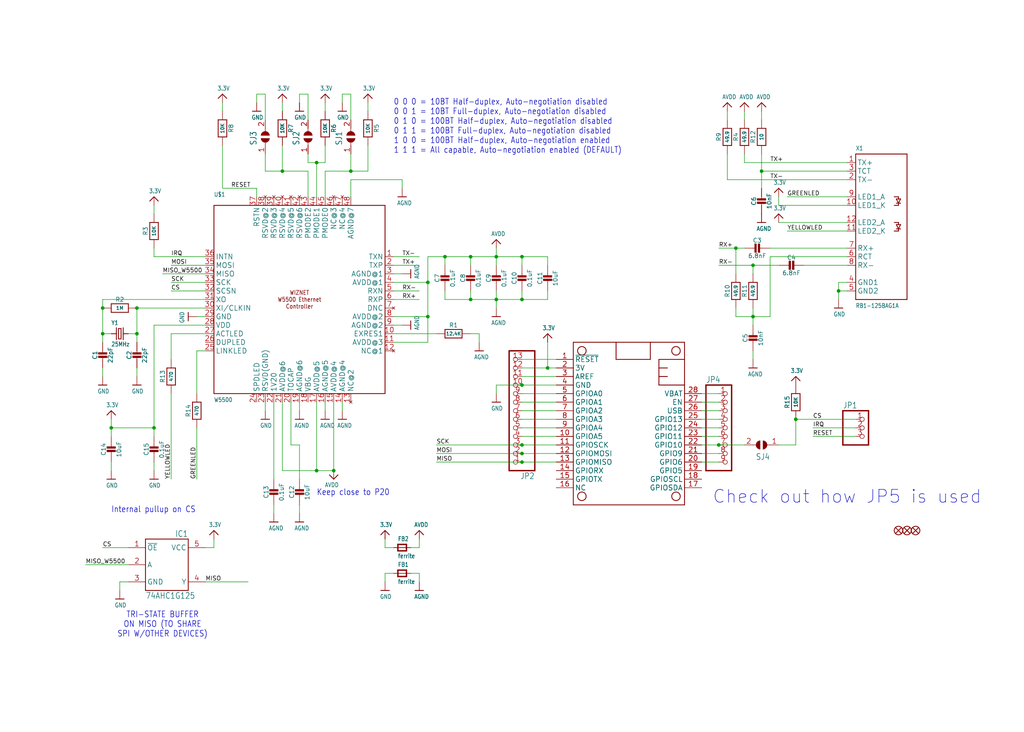
<source format=kicad_sch>
(kicad_sch (version 20250114) (generator "eeschema") (generator_version "9.0")
  (paper "User" 303.962 217.322)
  (text "Internal pullup on CS" (at 33.02 152.4 0) (effects (font (size 1.778 1.5113)) (justify left bottom)))
  (text "Keep close to P20" (at 93.98 147.32 0) (effects (font (size 1.778 1.5113)) (justify left bottom)))
  (text "Check out how JP5 is used" (at 251.46 147.574 0) (effects (font (size 3.81 3.81))))
  (text "TRI-STATE BUFFER\nON MISO (TO SHARE\nSPI W/OTHER DEVICES)" (at 48.26 185.42 0) (effects (font (size 1.778 1.5113))))
  (text "0 0 0 = 10BT Half-duplex, Auto-negotiation disabled\n0 0 1 = 10BT Full-duplex, Auto-negotiation disabled\n0 1 0 = 100BT Half-duplex, Auto-negotiation disabled\n0 1 1 = 100BT Full-duplex, Auto-negotiation disabled\n1 0 0 = 100BT Half-duplex, Auto-negotiation enabled\n1 1 1 = All capable, Auto-negotiation enabled (DEFAULT)" (at 116.84 45.72 0) (effects (font (size 1.778 1.5113)) (justify left bottom)))
  (junction (at 154.94 137.16))
  (junction (at 40.64 91.44))
  (junction (at 236.22 124.46))
  (junction (at 154.94 134.62))
  (junction (at 93.98 139.7))
  (junction (at 40.64 99.06))
  (junction (at 154.94 88.9))
  (junction (at 99.06 139.7))
  (junction (at 162.56 109.22))
  (junction (at 45.72 127))
  (junction (at 93.98 48.26))
  (junction (at 154.94 76.2))
  (junction (at 127 83.82))
  (junction (at 223.52 93.98))
  (junction (at 30.48 91.44))
  (junction (at 218.44 73.66))
  (junction (at 127 93.98))
  (junction (at 223.52 78.74))
  (junction (at 33.02 127))
  (junction (at 248.92 86.36))
  (junction (at 226.06 50.8))
  (junction (at 104.14 50.8))
  (junction (at 139.7 76.2))
  (junction (at 83.82 50.8))
  (junction (at 154.94 132.08))
  (junction (at 213.36 132.08))
  (junction (at 147.32 76.2))
  (junction (at 30.48 99.06))
  (junction (at 154.94 114.3))
  (junction (at 132.08 76.2))
  (junction (at 147.32 88.9))
  (junction (at 139.7 88.9))
  (wire (pts (xy 127 76.2) (xy 132.08 76.2)) (stroke (width 0.1524)))
  (wire (pts (xy 154.94 114.3) (xy 147.32 114.3)) (stroke (width 0.1524)))
  (wire (pts (xy 218.44 73.66) (xy 220.98 73.66)) (stroke (width 0.1524)))
  (wire (pts (xy 91.44 50.8) (xy 83.82 50.8)) (stroke (width 0.1524)))
  (wire (pts (xy 248.92 83.82) (xy 248.92 86.36)) (stroke (width 0.1524)))
  (wire (pts (xy 60.96 86.36) (xy 50.8 86.36)) (stroke (width 0.1524)))
  (wire (pts (xy 116.84 83.82) (xy 127 83.82)) (stroke (width 0.1524)))
  (wire (pts (xy 45.72 76.2) (xy 45.72 73.66)) (stroke (width 0.1524)))
  (wire (pts (xy 60.96 81.28) (xy 48.26 81.28)) (stroke (width 0.1524)))
  (wire (pts (xy 116.84 162.56) (xy 114.3 162.56)) (stroke (width 0.1524)))
  (wire (pts (xy 96.52 48.26) (xy 96.52 43.18)) (stroke (width 0.1524)))
  (wire (pts (xy 228.6 76.2) (xy 228.6 93.98)) (stroke (width 0.1524)))
  (wire (pts (xy 248.92 86.36) (xy 248.92 88.9)) (stroke (width 0.1524)))
  (wire (pts (xy 147.32 78.74) (xy 147.32 76.2)) (stroke (width 0.1524)))
  (wire (pts (xy 165.1 119.38) (xy 154.94 119.38)) (stroke (width 0.1524)))
  (wire (pts (xy 91.44 27.94) (xy 88.9 27.94)) (stroke (width 0.1524)))
  (wire (pts (xy 66.04 33.02) (xy 66.04 30.48)) (stroke (width 0.1524)))
  (wire (pts (xy 45.72 76.2) (xy 60.96 76.2)) (stroke (width 0.1524)))
  (wire (pts (xy 228.6 73.66) (xy 251.46 73.66)) (stroke (width 0.1524)))
  (wire (pts (xy 251.46 68.58) (xy 233.68 68.58)) (stroke (width 0.1524)))
  (wire (pts (xy 132.08 78.74) (xy 132.08 76.2)) (stroke (width 0.1524)))
  (wire (pts (xy 213.36 134.62) (xy 208.28 134.62)) (stroke (width 0.1524)))
  (wire (pts (xy 33.02 124.46) (xy 33.02 127)) (stroke (width 0.1524)))
  (wire (pts (xy 45.72 129.54) (xy 45.72 127)) (stroke (width 0.1524)))
  (wire (pts (xy 93.98 48.26) (xy 96.52 48.26)) (stroke (width 0.1524)))
  (wire (pts (xy 218.44 93.98) (xy 223.52 93.98)) (stroke (width 0.1524)))
  (wire (pts (xy 78.74 35.56) (xy 78.74 27.94)) (stroke (width 0.1524)))
  (wire (pts (xy 251.46 50.8) (xy 226.06 50.8)) (stroke (width 0.1524)))
  (wire (pts (xy 60.96 172.72) (xy 73.66 172.72)) (stroke (width 0.1524)))
  (wire (pts (xy 220.98 35.56) (xy 220.98 33.02)) (stroke (width 0.1524)))
  (wire (pts (xy 220.98 48.26) (xy 251.46 48.26)) (stroke (width 0.1524)))
  (wire (pts (xy 162.56 109.22) (xy 154.94 109.22)) (stroke (width 0.1524)))
  (wire (pts (xy 63.5 162.56) (xy 63.5 160.02)) (stroke (width 0.1524)))
  (wire (pts (xy 33.02 127) (xy 33.02 129.54)) (stroke (width 0.1524)))
  (wire (pts (xy 38.1 172.72) (xy 35.56 172.72)) (stroke (width 0.1524)))
  (wire (pts (xy 116.84 86.36) (xy 124.46 86.36)) (stroke (width 0.1524)))
  (wire (pts (xy 162.56 101.6) (xy 162.56 109.22)) (stroke (width 0.1524)))
  (wire (pts (xy 86.36 132.08) (xy 88.9 132.08)) (stroke (width 0.1524)))
  (wire (pts (xy 60.96 78.74) (xy 50.8 78.74)) (stroke (width 0.1524)))
  (wire (pts (xy 223.52 81.28) (xy 223.52 78.74)) (stroke (width 0.1524)))
  (wire (pts (xy 154.94 76.2) (xy 162.56 76.2)) (stroke (width 0.1524)))
  (wire (pts (xy 154.94 134.62) (xy 129.54 134.62)) (stroke (width 0.1524)))
  (wire (pts (xy 116.84 76.2) (xy 124.46 76.2)) (stroke (width 0.1524)))
  (wire (pts (xy 99.06 119.38) (xy 99.06 139.7)) (stroke (width 0.1524)))
  (wire (pts (xy 254 129.54) (xy 241.3 129.54)) (stroke (width 0.1524)))
  (wire (pts (xy 104.14 27.94) (xy 101.6 27.94)) (stroke (width 0.1524)))
  (wire (pts (xy 231.14 66.04) (xy 251.46 66.04)) (stroke (width 0.1524)))
  (wire (pts (xy 83.82 119.38) (xy 83.82 139.7)) (stroke (width 0.1524)))
  (wire (pts (xy 147.32 86.36) (xy 147.32 88.9)) (stroke (width 0.1524)))
  (wire (pts (xy 218.44 91.44) (xy 218.44 93.98)) (stroke (width 0.1524)))
  (wire (pts (xy 220.98 132.08) (xy 213.36 132.08)) (stroke (width 0.1524)))
  (wire (pts (xy 132.08 86.36) (xy 132.08 88.9)) (stroke (width 0.1524)))
  (wire (pts (xy 30.48 109.22) (xy 30.48 111.76)) (stroke (width 0.1524)))
  (wire (pts (xy 104.14 58.42) (xy 104.14 53.34)) (stroke (width 0.1524)))
  (wire (pts (xy 251.46 60.96) (xy 231.14 60.96)) (stroke (width 0.1524)))
  (wire (pts (xy 124.46 170.18) (xy 124.46 172.72)) (stroke (width 0.1524)))
  (wire (pts (xy 114.3 172.72) (xy 114.3 170.18)) (stroke (width 0.1524)))
  (wire (pts (xy 91.44 58.42) (xy 91.44 50.8)) (stroke (width 0.1524)))
  (wire (pts (xy 147.32 114.3) (xy 147.32 116.84)) (stroke (width 0.1524)))
  (wire (pts (xy 223.52 78.74) (xy 231.14 78.74)) (stroke (width 0.1524)))
  (wire (pts (xy 45.72 127) (xy 33.02 127)) (stroke (width 0.1524)))
  (wire (pts (xy 236.22 132.08) (xy 236.22 124.46)) (stroke (width 0.1524)))
  (wire (pts (xy 213.36 119.38) (xy 208.28 119.38)) (stroke (width 0.1524)))
  (wire (pts (xy 121.92 170.18) (xy 124.46 170.18)) (stroke (width 0.1524)))
  (wire (pts (xy 213.36 124.46) (xy 208.28 124.46)) (stroke (width 0.1524)))
  (wire (pts (xy 96.52 121.92) (xy 96.52 119.38)) (stroke (width 0.1524)))
  (wire (pts (xy 60.96 99.06) (xy 50.8 99.06)) (stroke (width 0.1524)))
  (wire (pts (xy 45.72 137.16) (xy 45.72 139.7)) (stroke (width 0.1524)))
  (wire (pts (xy 60.96 91.44) (xy 40.64 91.44)) (stroke (width 0.1524)))
  (wire (pts (xy 213.36 78.74) (xy 223.52 78.74)) (stroke (width 0.1524)))
  (wire (pts (xy 154.94 78.74) (xy 154.94 76.2)) (stroke (width 0.1524)))
  (wire (pts (xy 139.7 78.74) (xy 139.7 76.2)) (stroke (width 0.1524)))
  (wire (pts (xy 96.52 30.48) (xy 96.52 33.02)) (stroke (width 0.1524)))
  (wire (pts (xy 50.8 116.84) (xy 50.8 142.24)) (stroke (width 0.1524)))
  (wire (pts (xy 226.06 35.56) (xy 226.06 33.02)) (stroke (width 0.1524)))
  (wire (pts (xy 213.36 127) (xy 208.28 127)) (stroke (width 0.1524)))
  (wire (pts (xy 213.36 129.54) (xy 208.28 129.54)) (stroke (width 0.1524)))
  (wire (pts (xy 147.32 76.2) (xy 147.32 73.66)) (stroke (width 0.1524)))
  (wire (pts (xy 40.64 109.22) (xy 40.64 111.76)) (stroke (width 0.1524)))
  (wire (pts (xy 139.7 86.36) (xy 139.7 88.9)) (stroke (width 0.1524)))
  (wire (pts (xy 38.1 99.06) (xy 40.64 99.06)) (stroke (width 0.1524)))
  (wire (pts (xy 88.9 149.86) (xy 88.9 152.4)) (stroke (width 0.1524)))
  (wire (pts (xy 101.6 121.92) (xy 101.6 119.38)) (stroke (width 0.1524)))
  (wire (pts (xy 223.52 93.98) (xy 223.52 96.52)) (stroke (width 0.1524)))
  (wire (pts (xy 88.9 27.94) (xy 88.9 30.48)) (stroke (width 0.1524)))
  (wire (pts (xy 165.1 137.16) (xy 154.94 137.16)) (stroke (width 0.1524)))
  (wire (pts (xy 147.32 88.9) (xy 147.32 91.44)) (stroke (width 0.1524)))
  (wire (pts (xy 121.92 162.56) (xy 124.46 162.56)) (stroke (width 0.1524)))
  (wire (pts (xy 165.1 132.08) (xy 154.94 132.08)) (stroke (width 0.1524)))
  (wire (pts (xy 33.02 137.16) (xy 33.02 139.7)) (stroke (width 0.1524)))
  (wire (pts (xy 226.06 50.8) (xy 226.06 45.72)) (stroke (width 0.1524)))
  (wire (pts (xy 218.44 81.28) (xy 218.44 73.66)) (stroke (width 0.1524)))
  (wire (pts (xy 25.4 167.64) (xy 38.1 167.64)) (stroke (width 0.1524)))
  (wire (pts (xy 129.54 137.16) (xy 154.94 137.16)) (stroke (width 0.1524)))
  (wire (pts (xy 213.36 73.66) (xy 218.44 73.66)) (stroke (width 0.1524)))
  (wire (pts (xy 33.02 99.06) (xy 30.48 99.06)) (stroke (width 0.1524)))
  (wire (pts (xy 114.3 170.18) (xy 116.84 170.18)) (stroke (width 0.1524)))
  (wire (pts (xy 127 101.6) (xy 127 93.98)) (stroke (width 0.1524)))
  (wire (pts (xy 220.98 48.26) (xy 220.98 45.72)) (stroke (width 0.1524)))
  (wire (pts (xy 165.1 129.54) (xy 154.94 129.54)) (stroke (width 0.1524)))
  (wire (pts (xy 238.76 78.74) (xy 251.46 78.74)) (stroke (width 0.1524)))
  (wire (pts (xy 223.52 91.44) (xy 223.52 93.98)) (stroke (width 0.1524)))
  (wire (pts (xy 60.96 96.52) (xy 45.72 96.52)) (stroke (width 0.1524)))
  (wire (pts (xy 83.82 139.7) (xy 93.98 139.7)) (stroke (width 0.1524)))
  (wire (pts (xy 215.9 35.56) (xy 215.9 33.02)) (stroke (width 0.1524)))
  (wire (pts (xy 165.1 111.76) (xy 154.94 111.76)) (stroke (width 0.1524)))
  (wire (pts (xy 223.52 104.14) (xy 223.52 106.68)) (stroke (width 0.1524)))
  (wire (pts (xy 124.46 162.56) (xy 124.46 160.02)) (stroke (width 0.1524)))
  (wire (pts (xy 213.36 121.92) (xy 208.28 121.92)) (stroke (width 0.1524)))
  (wire (pts (xy 58.42 93.98) (xy 60.96 93.98)) (stroke (width 0.1524)))
  (wire (pts (xy 109.22 30.48) (xy 109.22 33.02)) (stroke (width 0.1524)))
  (wire (pts (xy 93.98 119.38) (xy 93.98 139.7)) (stroke (width 0.1524)))
  (wire (pts (xy 165.1 134.62) (xy 154.94 134.62)) (stroke (width 0.1524)))
  (wire (pts (xy 40.64 99.06) (xy 40.64 101.6)) (stroke (width 0.1524)))
  (wire (pts (xy 104.14 45.72) (xy 104.14 50.8)) (stroke (width 0.1524)))
  (wire (pts (xy 254 124.46) (xy 236.22 124.46)) (stroke (width 0.1524)))
  (wire (pts (xy 78.74 50.8) (xy 78.74 45.72)) (stroke (width 0.1524)))
  (wire (pts (xy 83.82 30.48) (xy 83.82 33.02)) (stroke (width 0.1524)))
  (wire (pts (xy 132.08 76.2) (xy 139.7 76.2)) (stroke (width 0.1524)))
  (wire (pts (xy 45.72 96.52) (xy 45.72 127)) (stroke (width 0.1524)))
  (wire (pts (xy 30.48 162.56) (xy 38.1 162.56)) (stroke (width 0.1524)))
  (wire (pts (xy 58.42 104.14) (xy 58.42 116.84)) (stroke (width 0.1524)))
  (wire (pts (xy 119.38 53.34) (xy 119.38 55.88)) (stroke (width 0.1524)))
  (wire (pts (xy 165.1 116.84) (xy 154.94 116.84)) (stroke (width 0.1524)))
  (wire (pts (xy 119.38 81.28) (xy 116.84 81.28)) (stroke (width 0.1524)))
  (wire (pts (xy 88.9 132.08) (xy 88.9 142.24)) (stroke (width 0.1524)))
  (wire (pts (xy 30.48 88.9) (xy 30.48 91.44)) (stroke (width 0.1524)))
  (wire (pts (xy 60.96 162.56) (xy 63.5 162.56)) (stroke (width 0.1524)))
  (wire (pts (xy 213.36 132.08) (xy 208.28 132.08)) (stroke (width 0.1524)))
  (wire (pts (xy 165.1 127) (xy 154.94 127)) (stroke (width 0.1524)))
  (wire (pts (xy 93.98 139.7) (xy 99.06 139.7)) (stroke (width 0.1524)))
  (wire (pts (xy 66.04 55.88) (xy 66.04 43.18)) (stroke (width 0.1524)))
  (wire (pts (xy 83.82 50.8) (xy 83.82 43.18)) (stroke (width 0.1524)))
  (wire (pts (xy 104.14 53.34) (xy 119.38 53.34)) (stroke (width 0.1524)))
  (wire (pts (xy 35.56 172.72) (xy 35.56 175.26)) (stroke (width 0.1524)))
  (wire (pts (xy 81.28 119.38) (xy 81.28 142.24)) (stroke (width 0.1524)))
  (wire (pts (xy 139.7 99.06) (xy 142.24 99.06)) (stroke (width 0.1524)))
  (wire (pts (xy 86.36 119.38) (xy 86.36 132.08)) (stroke (width 0.1524)))
  (wire (pts (xy 215.9 53.34) (xy 215.9 45.72)) (stroke (width 0.1524)))
  (wire (pts (xy 231.14 132.08) (xy 236.22 132.08)) (stroke (width 0.1524)))
  (wire (pts (xy 162.56 76.2) (xy 162.56 78.74)) (stroke (width 0.1524)))
  (wire (pts (xy 116.84 101.6) (xy 127 101.6)) (stroke (width 0.1524)))
  (wire (pts (xy 251.46 83.82) (xy 248.92 83.82)) (stroke (width 0.1524)))
  (wire (pts (xy 50.8 99.06) (xy 50.8 106.68)) (stroke (width 0.1524)))
  (wire (pts (xy 132.08 88.9) (xy 139.7 88.9)) (stroke (width 0.1524)))
  (wire (pts (xy 91.44 48.26) (xy 91.44 45.72)) (stroke (width 0.1524)))
  (wire (pts (xy 139.7 88.9) (xy 147.32 88.9)) (stroke (width 0.1524)))
  (wire (pts (xy 154.94 88.9) (xy 162.56 88.9)) (stroke (width 0.1524)))
  (wire (pts (xy 93.98 58.42) (xy 93.98 48.26)) (stroke (width 0.1524)))
  (wire (pts (xy 101.6 27.94) (xy 101.6 30.48)) (stroke (width 0.1524)))
  (wire (pts (xy 142.24 99.06) (xy 142.24 101.6)) (stroke (width 0.1524)))
  (wire (pts (xy 154.94 86.36) (xy 154.94 88.9)) (stroke (width 0.1524)))
  (wire (pts (xy 60.96 83.82) (xy 50.8 83.82)) (stroke (width 0.1524)))
  (wire (pts (xy 76.2 58.42) (xy 76.2 55.88)) (stroke (width 0.1524)))
  (wire (pts (xy 226.06 55.88) (xy 226.06 50.8)) (stroke (width 0.1524)))
  (wire (pts (xy 91.44 35.56) (xy 91.44 27.94)) (stroke (width 0.1524)))
  (wire (pts (xy 147.32 76.2) (xy 154.94 76.2)) (stroke (width 0.1524)))
  (wire (pts (xy 165.1 114.3) (xy 154.94 114.3)) (stroke (width 0.1524)))
  (wire (pts (xy 83.82 50.8) (xy 78.74 50.8)) (stroke (width 0.1524)))
  (wire (pts (xy 116.84 99.06) (xy 129.54 99.06)) (stroke (width 0.1524)))
  (wire (pts (xy 165.1 106.68) (xy 154.94 106.68)) (stroke (width 0.1524)))
  (wire (pts (xy 147.32 88.9) (xy 154.94 88.9)) (stroke (width 0.1524)))
  (wire (pts (xy 60.96 88.9) (xy 30.48 88.9)) (stroke (width 0.1524)))
  (wire (pts (xy 251.46 76.2) (xy 228.6 76.2)) (stroke (width 0.1524)))
  (wire (pts (xy 93.98 48.26) (xy 91.44 48.26)) (stroke (width 0.1524)))
  (wire (pts (xy 139.7 76.2) (xy 147.32 76.2)) (stroke (width 0.1524)))
  (wire (pts (xy 40.64 99.06) (xy 40.64 91.44)) (stroke (width 0.1524)))
  (wire (pts (xy 154.94 132.08) (xy 129.54 132.08)) (stroke (width 0.1524)))
  (wire (pts (xy 96.52 58.42) (xy 96.52 50.8)) (stroke (width 0.1524)))
  (wire (pts (xy 127 93.98) (xy 127 83.82)) (stroke (width 0.1524)))
  (wire (pts (xy 251.46 86.36) (xy 248.92 86.36)) (stroke (width 0.1524)))
  (wire (pts (xy 165.1 109.22) (xy 162.56 109.22)) (stroke (width 0.1524)))
  (wire (pts (xy 78.74 27.94) (xy 76.2 27.94)) (stroke (width 0.1524)))
  (wire (pts (xy 228.6 93.98) (xy 223.52 93.98)) (stroke (width 0.1524)))
  (wire (pts (xy 127 83.82) (xy 127 76.2)) (stroke (width 0.1524)))
  (wire (pts (xy 165.1 124.46) (xy 154.94 124.46)) (stroke (width 0.1524)))
  (wire (pts (xy 215.9 53.34) (xy 251.46 53.34)) (stroke (width 0.1524)))
  (wire (pts (xy 162.56 88.9) (xy 162.56 86.36)) (stroke (width 0.1524)))
  (wire (pts (xy 165.1 121.92) (xy 154.94 121.92)) (stroke (width 0.1524)))
  (wire (pts (xy 81.28 149.86) (xy 81.28 152.4)) (stroke (width 0.1524)))
  (wire (pts (xy 78.74 121.92) (xy 78.74 119.38)) (stroke (width 0.1524)))
  (wire (pts (xy 76.2 27.94) (xy 76.2 30.48)) (stroke (width 0.1524)))
  (wire (pts (xy 116.84 78.74) (xy 124.46 78.74)) (stroke (width 0.1524)))
  (wire (pts (xy 114.3 162.56) (xy 114.3 160.02)) (stroke (width 0.1524)))
  (wire (pts (xy 30.48 99.06) (xy 30.48 91.44)) (stroke (width 0.1524)))
  (wire (pts (xy 254 127) (xy 241.3 127)) (stroke (width 0.1524)))
  (wire (pts (xy 104.14 50.8) (xy 109.22 50.8)) (stroke (width 0.1524)))
  (wire (pts (xy 30.48 99.06) (xy 30.48 101.6)) (stroke (width 0.1524)))
  (wire (pts (xy 116.84 93.98) (xy 127 93.98)) (stroke (width 0.1524)))
  (wire (pts (xy 213.36 116.84) (xy 208.28 116.84)) (stroke (width 0.1524)))
  (wire (pts (xy 104.14 35.56) (xy 104.14 27.94)) (stroke (width 0.1524)))
  (wire (pts (xy 88.9 121.92) (xy 88.9 119.38)) (stroke (width 0.1524)))
  (wire (pts (xy 109.22 50.8) (xy 109.22 43.18)) (stroke (width 0.1524)))
  (wire (pts (xy 76.2 55.88) (xy 66.04 55.88)) (stroke (width 0.1524)))
  (wire (pts (xy 231.14 60.96) (xy 231.14 58.42)) (stroke (width 0.1524)))
  (wire (pts (xy 116.84 88.9) (xy 124.46 88.9)) (stroke (width 0.1524)))
  (wire (pts (xy 119.38 96.52) (xy 116.84 96.52)) (stroke (width 0.1524)))
  (wire (pts (xy 45.72 63.5) (xy 45.72 60.96)) (stroke (width 0.1524)))
  (wire (pts (xy 58.42 127) (xy 58.42 142.24)) (stroke (width 0.1524)))
  (wire (pts (xy 213.36 137.16) (xy 208.28 137.16)) (stroke (width 0.1524)))
  (wire (pts (xy 96.52 50.8) (xy 104.14 50.8)) (stroke (width 0.1524)))
  (wire (pts (xy 60.96 104.14) (xy 58.42 104.14)) (stroke (width 0.1524)))
  (wire (pts (xy 251.46 58.42) (xy 233.68 58.42)) (stroke (width 0.1524)))
  (label "SCK" (at 50.8 83.82 0) (effects (font (size 1.2446 1.2446))))
  (label "RX-" (at 213.36 78.74 0) (effects (font (size 1.2446 1.2446))))
  (label "TX-" (at 119.38 76.2 0) (effects (font (size 1.2446 1.2446))))
  (label "GREENLED" (at 58.42 142.24 90) (effects (font (size 1.2446 1.2446))))
  (label "RESET" (at 68.58 55.88 0) (effects (font (size 1.2446 1.2446))))
  (label "TX-" (at 228.6 53.34 0) (effects (font (size 1.2446 1.2446))))
  (label "IRQ" (at 241.3 127 0) (effects (font (size 1.2446 1.2446))))
  (label "MISO" (at 129.54 137.16 0) (effects (font (size 1.2446 1.2446))))
  (label "MISO" (at 60.96 172.72 0) (effects (font (size 1.2446 1.2446))))
  (label "CS" (at 50.8 86.36 0) (effects (font (size 1.2446 1.2446))))
  (label "MOSI" (at 129.54 134.62 0) (effects (font (size 1.2446 1.2446))))
  (label "RX+" (at 213.36 73.66 0) (effects (font (size 1.2446 1.2446))))
  (label "GREENLED" (at 233.68 58.42 0) (effects (font (size 1.2446 1.2446))))
  (label "YELLOWLED" (at 233.68 68.58 0) (effects (font (size 1.2446 1.2446))))
  (label "MOSI" (at 50.8 78.74 0) (effects (font (size 1.2446 1.2446))))
  (label "SCK" (at 129.54 132.08 0) (effects (font (size 1.2446 1.2446))))
  (label "CS" (at 30.48 162.56 0) (effects (font (size 1.2446 1.2446))))
  (label "RX+" (at 119.38 88.9 0) (effects (font (size 1.2446 1.2446))))
  (label "RX-" (at 119.38 86.36 0) (effects (font (size 1.2446 1.2446))))
  (label "YELLOWLED" (at 50.8 142.24 90) (effects (font (size 1.2446 1.2446))))
  (label "TX+" (at 228.6 48.26 0) (effects (font (size 1.2446 1.2446))))
  (label "CS" (at 241.3 124.46 0) (effects (font (size 1.2446 1.2446))))
  (label "TX+" (at 119.38 78.74 0) (effects (font (size 1.2446 1.2446))))
  (label "MISO_W5500" (at 48.26 81.28 0) (effects (font (size 1.2446 1.2446))))
  (label "RESET" (at 241.3 129.54 0) (effects (font (size 1.2446 1.2446))))
  (label "MISO_W5500" (at 25.4 167.64 0) (effects (font (size 1.2446 1.2446))))
  (label "IRQ" (at 50.8 76.2 0) (effects (font (size 1.2446 1.2446))))
  (symbol (lib_id "Adafruit Ethernet FeatherWing-eagle-import:FEATHERWING_NODIM") (at 170.18 101.6 270) (unit 1)
    (property "Reference" "MS1" (effects (hide yes)))
    (property "Value" "FEATHERWING_NODIM" (effects (hide yes)))
    (property "Footprint" "Adafruit Ethernet FeatherWing:FEATHERWING_NODIM" (effects (hide yes)))
  )
  (symbol (lib_id "Adafruit Ethernet FeatherWing-eagle-import:GND") (at 55.88 93.98 270) (unit 1)
    (property "Reference" "#U$31" (effects (hide yes)))
    (property "Value" "GND" (at 53.34 92.456 0) (effects (font (size 1.27 1.0795)) (justify left bottom)))
  )
  (symbol (lib_id "Adafruit Ethernet FeatherWing-eagle-import:FIDUCIAL{dblquote}{dblquote}") (at 271.78 157.48 0) (unit 1)
    (property "Reference" "FID1" (effects (hide yes)))
    (property "Value" "FIDUCIAL{dblquote}{dblquote}" (effects (hide yes)))
    (property "Footprint" "Adafruit Ethernet FeatherWing:FIDUCIAL_1MM" (effects (hide yes)))
  )
  (symbol (lib_id "Adafruit Ethernet FeatherWing-eagle-import:CAP_CERAMIC0603_NO") (at 81.28 147.32 0) (unit 1)
    (property "Reference" "C13" (at 78.99 146.07 90))
    (property "Value" "0.1uF" (at 83.58 146.07 90))
    (property "Footprint" "Adafruit Ethernet FeatherWing:0603-NO" (effects (hide yes)))
  )
  (symbol (lib_id "Adafruit Ethernet FeatherWing-eagle-import:3.3V") (at 231.14 55.88 0) (unit 1)
    (property "Reference" "#U$43" (effects (hide yes)))
    (property "Value" "3.3V" (at 229.616 54.864 0) (effects (font (size 1.27 1.0795)) (justify left bottom)))
  )
  (symbol (lib_id "Adafruit Ethernet FeatherWing-eagle-import:RESISTOR_0603_NOOUT") (at 35.56 91.44 0) (unit 1)
    (property "Reference" "R2" (at 35.56 88.9 0))
    (property "Value" "1M" (at 35.56 91.44 0) (effects (font (size 1.016 1.016) (thickness 0.2032) (bold yes))))
    (property "Footprint" "Adafruit Ethernet FeatherWing:0603-NO" (effects (hide yes)))
  )
  (symbol (lib_id "Adafruit Ethernet FeatherWing-eagle-import:FERRITE-0805NO") (at 119.38 162.56 0) (unit 1)
    (property "Reference" "FB2" (at 118.11 160.655 0) (effects (font (size 1.27 1.0795)) (justify left bottom)))
    (property "Value" "ferrite" (at 118.11 165.735 0) (effects (font (size 1.27 1.0795)) (justify left bottom)))
    (property "Footprint" "Adafruit Ethernet FeatherWing:0805-NO" (effects (hide yes)))
  )
  (symbol (lib_id "Adafruit Ethernet FeatherWing-eagle-import:GND") (at 147.32 119.38 0) (unit 1)
    (property "Reference" "#U$40" (effects (hide yes)))
    (property "Value" "GND" (at 145.796 121.92 0) (effects (font (size 1.27 1.0795)) (justify left bottom)))
  )
  (symbol (lib_id "Adafruit Ethernet FeatherWing-eagle-import:RESISTOR_0603_NOOUT") (at 83.82 38.1 270) (unit 1)
    (property "Reference" "R7" (at 86.36 38.1 0))
    (property "Value" "10K" (at 83.82 38.1 0) (effects (font (size 1.016 1.016) (thickness 0.2032) (bold yes))))
    (property "Footprint" "Adafruit Ethernet FeatherWing:0603-NO" (effects (hide yes)))
  )
  (symbol (lib_id "Adafruit Ethernet FeatherWing-eagle-import:GND") (at 33.02 142.24 0) (unit 1)
    (property "Reference" "#U$33" (effects (hide yes)))
    (property "Value" "GND" (at 31.496 144.78 0) (effects (font (size 1.27 1.0795)) (justify left bottom)))
  )
  (symbol (lib_id "Adafruit Ethernet FeatherWing-eagle-import:CAP_CERAMIC0603_NO") (at 40.64 106.68 0) (unit 1)
    (property "Reference" "C2" (at 38.35 105.43 90))
    (property "Value" "22pF" (at 42.94 105.43 90))
    (property "Footprint" "Adafruit Ethernet FeatherWing:0603-NO" (effects (hide yes)))
  )
  (symbol (lib_id "Adafruit Ethernet FeatherWing-eagle-import:SOLDERJUMPERREFLOW_NOPASTE") (at 78.74 40.64 90) (unit 1)
    (property "Reference" "SJ3" (at 76.2 43.18 0) (effects (font (size 1.778 1.5113)) (justify left bottom)))
    (property "Value" "SOLDERJUMPERREFLOW_NOPASTE" (effects (hide yes)))
    (property "Footprint" "Adafruit Ethernet FeatherWing:SOLDERJUMPER_REFLOW_NOPASTE" (effects (hide yes)))
  )
  (symbol (lib_id "Adafruit Ethernet FeatherWing-eagle-import:CAP_CERAMIC0603_NO") (at 45.72 134.62 0) (unit 1)
    (property "Reference" "C15" (at 43.43 133.37 90))
    (property "Value" "0.1uF" (at 48.02 133.37 90))
    (property "Footprint" "Adafruit Ethernet FeatherWing:0603-NO" (effects (hide yes)))
  )
  (symbol (lib_id "Adafruit Ethernet FeatherWing-eagle-import:CAP_CERAMIC0603_NO") (at 223.52 101.6 0) (unit 1)
    (property "Reference" "C5" (at 221.23 100.35 90))
    (property "Value" "10nF" (at 225.82 100.35 90))
    (property "Footprint" "Adafruit Ethernet FeatherWing:0603-NO" (effects (hide yes)))
  )
  (symbol (lib_id "Adafruit Ethernet FeatherWing-eagle-import:AVDD") (at 226.06 30.48 0) (unit 1)
    (property "Reference" "#U$23" (effects (hide yes)))
    (property "Value" "AVDD" (at 224.536 29.464 0) (effects (font (size 1.27 1.0795)) (justify left bottom)))
  )
  (symbol (lib_id "Adafruit Ethernet FeatherWing-eagle-import:74AHC1G125") (at 48.26 167.64 0) (unit 1)
    (property "Reference" "IC1" (at 55.88 157.48 0) (effects (font (size 1.778 1.5113)) (justify right top)))
    (property "Value" "74AHC1G125" (at 43.18 177.8 0) (effects (font (size 1.778 1.5113)) (justify left bottom)))
    (property "Footprint" "Adafruit Ethernet FeatherWing:SOT23-5L" (effects (hide yes)))
  )
  (symbol (lib_id "Adafruit Ethernet FeatherWing-eagle-import:CAP_CERAMIC0603_NO") (at 223.52 73.66 270) (unit 1)
    (property "Reference" "C3" (at 224.77 71.37 90))
    (property "Value" "6.8nF" (at 224.77 75.96 90))
    (property "Footprint" "Adafruit Ethernet FeatherWing:0603-NO" (effects (hide yes)))
  )
  (symbol (lib_id "Adafruit Ethernet FeatherWing-eagle-import:AGND") (at 226.06 66.04 0) (unit 1)
    (property "Reference" "#U$22" (effects (hide yes)))
    (property "Value" "AGND" (at 224.536 68.58 0) (effects (font (size 1.27 1.0795)) (justify left bottom)))
  )
  (symbol (lib_id "Adafruit Ethernet FeatherWing-eagle-import:3.3V") (at 63.5 157.48 0) (unit 1)
    (property "Reference" "#U$36" (effects (hide yes)))
    (property "Value" "3.3V" (at 61.976 156.464 0) (effects (font (size 1.27 1.0795)) (justify left bottom)))
  )
  (symbol (lib_id "Adafruit Ethernet FeatherWing-eagle-import:RESISTOR_0603_NOOUT") (at 236.22 119.38 90) (unit 1)
    (property "Reference" "R15" (at 233.68 119.38 0))
    (property "Value" "10K" (at 236.22 119.38 0) (effects (font (size 1.016 1.016) (thickness 0.2032) (bold yes))))
    (property "Footprint" "Adafruit Ethernet FeatherWing:0603-NO" (effects (hide yes)))
  )
  (symbol (lib_id "Adafruit Ethernet FeatherWing-eagle-import:FIDUCIAL{dblquote}{dblquote}") (at 266.7 157.48 0) (unit 1)
    (property "Reference" "FID3" (effects (hide yes)))
    (property "Value" "FIDUCIAL{dblquote}{dblquote}" (effects (hide yes)))
    (property "Footprint" "Adafruit Ethernet FeatherWing:FIDUCIAL_1MM" (effects (hide yes)))
  )
  (symbol (lib_id "Adafruit Ethernet FeatherWing-eagle-import:CAP_CERAMIC0603_NO") (at 226.06 60.96 0) (unit 1)
    (property "Reference" "C6" (at 223.77 59.71 90))
    (property "Value" "10nF" (at 228.36 59.71 90))
    (property "Footprint" "Adafruit Ethernet FeatherWing:0603-NO" (effects (hide yes)))
  )
  (symbol (lib_id "Adafruit Ethernet FeatherWing-eagle-import:AGND") (at 121.92 96.52 90) (unit 1)
    (property "Reference" "#U$25" (effects (hide yes)))
    (property "Value" "AGND" (at 124.46 98.044 0) (effects (font (size 1.27 1.0795)) (justify left bottom)))
  )
  (symbol (lib_id "Adafruit Ethernet FeatherWing-eagle-import:CAP_CERAMIC0603_NO") (at 132.08 83.82 0) (unit 1)
    (property "Reference" "C7" (at 129.79 82.57 90))
    (property "Value" "0.1uF" (at 134.38 82.57 90))
    (property "Footprint" "Adafruit Ethernet FeatherWing:0603-NO" (effects (hide yes)))
  )
  (symbol (lib_id "Adafruit Ethernet FeatherWing-eagle-import:WIZNET_W5500") (at 88.9 91.44 0) (unit 1)
    (property "Reference" "U$1" (at 63.5 58.42 0) (effects (font (size 1.27 1.0795)) (justify left bottom)))
    (property "Value" "W5500" (at 63.5 119.38 0) (effects (font (size 1.27 1.0795)) (justify left bottom)))
    (property "Footprint" "Adafruit Ethernet FeatherWing:LQFP48" (effects (hide yes)))
  )
  (symbol (lib_id "Adafruit Ethernet FeatherWing-eagle-import:3.3V") (at 231.14 63.5 0) (unit 1)
    (property "Reference" "#U$44" (effects (hide yes)))
    (property "Value" "3.3V" (at 229.616 62.484 0) (effects (font (size 1.27 1.0795)) (justify left bottom)))
  )
  (symbol (lib_id "Adafruit Ethernet FeatherWing-eagle-import:AGND") (at 81.28 154.94 0) (unit 1)
    (property "Reference" "#U$30" (effects (hide yes)))
    (property "Value" "AGND" (at 79.756 157.48 0) (effects (font (size 1.27 1.0795)) (justify left bottom)))
  )
  (symbol (lib_id "Adafruit Ethernet FeatherWing-eagle-import:AGND") (at 223.52 109.22 0) (unit 1)
    (property "Reference" "#U$20" (effects (hide yes)))
    (property "Value" "AGND" (at 221.996 111.76 0) (effects (font (size 1.27 1.0795)) (justify left bottom)))
  )
  (symbol (lib_id "Adafruit Ethernet FeatherWing-eagle-import:AGND") (at 119.38 58.42 0) (unit 1)
    (property "Reference" "#U$13" (effects (hide yes)))
    (property "Value" "AGND" (at 117.856 60.96 0) (effects (font (size 1.27 1.0795)) (justify left bottom)))
  )
  (symbol (lib_id "Adafruit Ethernet FeatherWing-eagle-import:3.3V") (at 83.82 27.94 0) (unit 1)
    (property "Reference" "#U$7" (effects (hide yes)))
    (property "Value" "3.3V" (at 82.296 26.924 0) (effects (font (size 1.27 1.0795)) (justify left bottom)))
  )
  (symbol (lib_id "Adafruit Ethernet FeatherWing-eagle-import:RESISTOR_0603_NOOUT") (at 218.44 86.36 90) (unit 1)
    (property "Reference" "R10" (at 215.9 86.36 0))
    (property "Value" "49.9" (at 218.44 86.36 0) (effects (font (size 1.016 1.016) (thickness 0.2032) (bold yes))))
    (property "Footprint" "Adafruit Ethernet FeatherWing:0603-NO" (effects (hide yes)))
  )
  (symbol (lib_id "Adafruit Ethernet FeatherWing-eagle-import:HEADER-1X970MIL") (at 215.9 127 0) (unit 1)
    (property "Reference" "JP4" (at 209.55 113.665 0) (effects (font (size 1.778 1.5113)) (justify left bottom)))
    (property "Value" "HEADER-1X970MIL" (effects (hide yes)))
    (property "Footprint" "Adafruit Ethernet FeatherWing:1X09_ROUND_70" (effects (hide yes)))
  )
  (symbol (lib_id "Adafruit Ethernet FeatherWing-eagle-import:GND") (at 35.56 177.8 0) (unit 1)
    (property "Reference" "#U$35" (effects (hide yes)))
    (property "Value" "GND" (at 34.036 180.34 0) (effects (font (size 1.27 1.0795)) (justify left bottom)))
  )
  (symbol (lib_id "Adafruit Ethernet FeatherWing-eagle-import:CAP_CERAMIC0805-NOOUTLINE") (at 33.02 134.62 0) (unit 1)
    (property "Reference" "C14" (at 30.73 133.37 90))
    (property "Value" "10uF" (at 35.32 133.37 90))
    (property "Footprint" "Adafruit Ethernet FeatherWing:0805-NO" (effects (hide yes)))
  )
  (symbol (lib_id "Adafruit Ethernet FeatherWing-eagle-import:AGND") (at 96.52 124.46 0) (unit 1)
    (property "Reference" "#U$27" (effects (hide yes)))
    (property "Value" "AGND" (at 94.996 127 0) (effects (font (size 1.27 1.0795)) (justify left bottom)))
  )
  (symbol (lib_id "Adafruit Ethernet FeatherWing-eagle-import:AVDD") (at 124.46 157.48 0) (unit 1)
    (property "Reference" "#U$41" (effects (hide yes)))
    (property "Value" "AVDD" (at 122.936 156.464 0) (effects (font (size 1.27 1.0795)) (justify left bottom)))
  )
  (symbol (lib_id "Adafruit Ethernet FeatherWing-eagle-import:3.3V") (at 114.3 157.48 0) (unit 1)
    (property "Reference" "#U$42" (effects (hide yes)))
    (property "Value" "3.3V" (at 112.776 156.464 0) (effects (font (size 1.27 1.0795)) (justify left bottom)))
  )
  (symbol (lib_id "Adafruit Ethernet FeatherWing-eagle-import:AVDD") (at 220.98 30.48 0) (unit 1)
    (property "Reference" "#U$19" (effects (hide yes)))
    (property "Value" "AVDD" (at 219.456 29.464 0) (effects (font (size 1.27 1.0795)) (justify left bottom)))
  )
  (symbol (lib_id "Adafruit Ethernet FeatherWing-eagle-import:AVDD") (at 215.9 30.48 0) (unit 1)
    (property "Reference" "#U$18" (effects (hide yes)))
    (property "Value" "AVDD" (at 214.376 29.464 0) (effects (font (size 1.27 1.0795)) (justify left bottom)))
  )
  (symbol (lib_id "Adafruit Ethernet FeatherWing-eagle-import:SOLDERJUMPERREFLOW_NOPASTE") (at 91.44 40.64 90) (unit 1)
    (property "Reference" "SJ2" (at 88.9 43.18 0) (effects (font (size 1.778 1.5113)) (justify left bottom)))
    (property "Value" "SOLDERJUMPERREFLOW_NOPASTE" (effects (hide yes)))
    (property "Footprint" "Adafruit Ethernet FeatherWing:SOLDERJUMPER_REFLOW_NOPASTE" (effects (hide yes)))
  )
  (symbol (lib_id "Adafruit Ethernet FeatherWing-eagle-import:CAP_CERAMIC0603_NO") (at 233.68 78.74 270) (unit 1)
    (property "Reference" "C4" (at 234.93 76.45 90))
    (property "Value" "6.8nF" (at 234.93 81.04 90))
    (property "Footprint" "Adafruit Ethernet FeatherWing:0603-NO" (effects (hide yes)))
  )
  (symbol (lib_id "Adafruit Ethernet FeatherWing-eagle-import:AGND") (at 124.46 175.26 0) (unit 1)
    (property "Reference" "#U$38" (effects (hide yes)))
    (property "Value" "AGND" (at 122.936 177.8 0) (effects (font (size 1.27 1.0795)) (justify left bottom)))
  )
  (symbol (lib_id "Adafruit Ethernet FeatherWing-eagle-import:RJ45J0026D21BNL") (at 261.62 63.5 0) (unit 1)
    (property "Reference" "X1" (at 254 44.704 0) (effects (font (size 1.27 1.0795)) (justify left bottom)))
    (property "Value" "RB1-125BAG1A" (at 254 91.44 0) (effects (font (size 1.27 1.0795)) (justify left bottom)))
    (property "Footprint" "Adafruit Ethernet FeatherWing:RJ45_PULSEJACK" (effects (hide yes)))
  )
  (symbol (lib_id "Adafruit Ethernet FeatherWing-eagle-import:GND") (at 88.9 33.02 0) (unit 1)
    (property "Reference" "#U$11" (effects (hide yes)))
    (property "Value" "GND" (at 87.376 35.56 0) (effects (font (size 1.27 1.0795)) (justify left bottom)))
  )
  (symbol (lib_id "Adafruit Ethernet FeatherWing-eagle-import:GND") (at 45.72 142.24 0) (unit 1)
    (property "Reference" "#U$34" (effects (hide yes)))
    (property "Value" "GND" (at 44.196 144.78 0) (effects (font (size 1.27 1.0795)) (justify left bottom)))
  )
  (symbol (lib_id "Adafruit Ethernet FeatherWing-eagle-import:RESISTOR_0603_NOOUT") (at 134.62 99.06 0) (unit 1)
    (property "Reference" "R1" (at 134.62 96.52 0))
    (property "Value" "12.4K" (at 134.62 99.06 0) (effects (font (size 1.016 1.016) (thickness 0.2032) (bold yes))))
    (property "Footprint" "Adafruit Ethernet FeatherWing:0603-NO" (effects (hide yes)))
  )
  (symbol (lib_id "Adafruit Ethernet FeatherWing-eagle-import:AGND") (at 88.9 154.94 0) (unit 1)
    (property "Reference" "#U$29" (effects (hide yes)))
    (property "Value" "AGND" (at 87.376 157.48 0) (effects (font (size 1.27 1.0795)) (justify left bottom)))
  )
  (symbol (lib_id "Adafruit Ethernet FeatherWing-eagle-import:3.3V") (at 236.22 111.76 0) (unit 1)
    (property "Reference" "#U$46" (effects (hide yes)))
    (property "Value" "3.3V" (at 234.696 110.744 0) (effects (font (size 1.27 1.0795)) (justify left bottom)))
  )
  (symbol (lib_id "Adafruit Ethernet FeatherWing-eagle-import:RESISTOR_0603_NOOUT") (at 223.52 86.36 90) (unit 1)
    (property "Reference" "R11" (at 220.98 86.36 0))
    (property "Value" "49.9" (at 223.52 86.36 0) (effects (font (size 1.016 1.016) (thickness 0.2032) (bold yes))))
    (property "Footprint" "Adafruit Ethernet FeatherWing:0603-NO" (effects (hide yes)))
  )
  (symbol (lib_id "Adafruit Ethernet FeatherWing-eagle-import:RESISTOR_0603_NOOUT") (at 58.42 121.92 90) (unit 1)
    (property "Reference" "R14" (at 55.88 121.92 0))
    (property "Value" "470" (at 58.42 121.92 0) (effects (font (size 1.016 1.016) (thickness 0.2032) (bold yes))))
    (property "Footprint" "Adafruit Ethernet FeatherWing:0603-NO" (effects (hide yes)))
  )
  (symbol (lib_id "Adafruit Ethernet FeatherWing-eagle-import:CAP_CERAMIC0603_NO") (at 154.94 83.82 0) (unit 1)
    (property "Reference" "C10" (at 152.65 82.57 90))
    (property "Value" "0.1uF" (at 157.24 82.57 90))
    (property "Footprint" "Adafruit Ethernet FeatherWing:0603-NO" (effects (hide yes)))
  )
  (symbol (lib_id "Adafruit Ethernet FeatherWing-eagle-import:3.3V") (at 66.04 27.94 0) (unit 1)
    (property "Reference" "#U$14" (effects (hide yes)))
    (property "Value" "3.3V" (at 64.516 26.924 0) (effects (font (size 1.27 1.0795)) (justify left bottom)))
  )
  (symbol (lib_id "Adafruit Ethernet FeatherWing-eagle-import:3.3V") (at 162.56 99.06 0) (unit 1)
    (property "Reference" "#U$37" (effects (hide yes)))
    (property "Value" "3.3V" (at 161.036 98.044 0) (effects (font (size 1.27 1.0795)) (justify left bottom)))
  )
  (symbol (lib_id "Adafruit Ethernet FeatherWing-eagle-import:SOLDERJUMPERCLOSED") (at 226.06 132.08 180) (unit 1)
    (property "Reference" "SJ4" (at 228.6 134.62 0) (effects (font (size 1.778 1.5113)) (justify left bottom)))
    (property "Value" "SOLDERJUMPERCLOSED" (effects (hide yes)))
    (property "Footprint" "Adafruit Ethernet FeatherWing:SOLDERJUMPER_CLOSEDWIRE" (effects (hide yes)))
  )
  (symbol (lib_id "Adafruit Ethernet FeatherWing-eagle-import:CAP_CERAMIC0603_NO") (at 30.48 106.68 0) (unit 1)
    (property "Reference" "C1" (at 28.19 105.43 90))
    (property "Value" "22pF" (at 32.78 105.43 90))
    (property "Footprint" "Adafruit Ethernet FeatherWing:0603-NO" (effects (hide yes)))
  )
  (symbol (lib_id "Adafruit Ethernet FeatherWing-eagle-import:3.3V") (at 96.52 27.94 0) (unit 1)
    (property "Reference" "#U$8" (effects (hide yes)))
    (property "Value" "3.3V" (at 94.996 26.924 0) (effects (font (size 1.27 1.0795)) (justify left bottom)))
  )
  (symbol (lib_id "Adafruit Ethernet FeatherWing-eagle-import:CAP_CERAMIC0603_NO") (at 139.7 83.82 0) (unit 1)
    (property "Reference" "C8" (at 137.41 82.57 90))
    (property "Value" "0.1uF" (at 142 82.57 90))
    (property "Footprint" "Adafruit Ethernet FeatherWing:0603-NO" (effects (hide yes)))
  )
  (symbol (lib_id "Adafruit Ethernet FeatherWing-eagle-import:RESISTOR_0603_NOOUT") (at 109.22 38.1 270) (unit 1)
    (property "Reference" "R5" (at 111.76 38.1 0))
    (property "Value" "10K" (at 109.22 38.1 0) (effects (font (size 1.016 1.016) (thickness 0.2032) (bold yes))))
    (property "Footprint" "Adafruit Ethernet FeatherWing:0603-NO" (effects (hide yes)))
  )
  (symbol (lib_id "Adafruit Ethernet FeatherWing-eagle-import:GND") (at 101.6 33.02 0) (unit 1)
    (property "Reference" "#U$12" (effects (hide yes)))
    (property "Value" "GND" (at 100.076 35.56 0) (effects (font (size 1.27 1.0795)) (justify left bottom)))
  )
  (symbol (lib_id "Adafruit Ethernet FeatherWing-eagle-import:3.3V") (at 33.02 121.92 0) (unit 1)
    (property "Reference" "#U$32" (effects (hide yes)))
    (property "Value" "3.3V" (at 31.496 120.904 0) (effects (font (size 1.27 1.0795)) (justify left bottom)))
  )
  (symbol (lib_id "Adafruit Ethernet FeatherWing-eagle-import:SOLDERJUMPERREFLOW_NOPASTE") (at 104.14 40.64 90) (unit 1)
    (property "Reference" "SJ1" (at 101.6 43.18 0) (effects (font (size 1.778 1.5113)) (justify left bottom)))
    (property "Value" "SOLDERJUMPERREFLOW_NOPASTE" (effects (hide yes)))
    (property "Footprint" "Adafruit Ethernet FeatherWing:SOLDERJUMPER_REFLOW_NOPASTE" (effects (hide yes)))
  )
  (symbol (lib_id "Adafruit Ethernet FeatherWing-eagle-import:CAP_CERAMIC0805-NOOUTLINE") (at 162.56 83.82 0) (unit 1)
    (property "Reference" "C11" (at 160.27 82.57 90))
    (property "Value" "10uF" (at 164.86 82.57 90))
    (property "Footprint" "Adafruit Ethernet FeatherWing:0805-NO" (effects (hide yes)))
  )
  (symbol (lib_id "Adafruit Ethernet FeatherWing-eagle-import:HEADER-1X13") (at 152.4 121.92 180) (unit 1)
    (property "Reference" "JP2" (at 158.75 140.335 0) (effects (font (size 1.778 1.5113)) (justify left bottom)))
    (property "Value" "HEADER-1X13" (effects (hide yes)))
    (property "Footprint" "Adafruit Ethernet FeatherWing:1X13_ROUND_70" (effects (hide yes)))
  )
  (symbol (lib_id "Adafruit Ethernet FeatherWing-eagle-import:AVDD") (at 99.06 142.24 180) (unit 1)
    (property "Reference" "#U$17" (effects (hide yes)))
    (property "Value" "AVDD" (at 100.584 143.256 0) (effects (font (size 1.27 1.0795)) (justify left bottom)))
  )
  (symbol (lib_id "Adafruit Ethernet FeatherWing-eagle-import:RESISTOR_0603_NOOUT") (at 220.98 40.64 90) (unit 1)
    (property "Reference" "R4" (at 218.44 40.64 0))
    (property "Value" "49.9" (at 220.98 40.64 0) (effects (font (size 1.016 1.016) (thickness 0.2032) (bold yes))))
    (property "Footprint" "Adafruit Ethernet FeatherWing:0603-NO" (effects (hide yes)))
  )
  (symbol (lib_id "Adafruit Ethernet FeatherWing-eagle-import:CRYSTAL3.2X2.5") (at 35.56 99.06 0) (unit 1)
    (property "Reference" "Y1" (at 33.02 96.52 0) (effects (font (size 1.27 1.0795)) (justify left bottom)))
    (property "Value" "25MHz" (at 33.02 102.87 0) (effects (font (size 1.27 1.0795)) (justify left bottom)))
    (property "Footprint" "Adafruit Ethernet FeatherWing:CRYSTAL_3.2X2.5" (effects (hide yes)))
  )
  (symbol (lib_id "Adafruit Ethernet FeatherWing-eagle-import:AGND") (at 142.24 104.14 0) (unit 1)
    (property "Reference" "#U$2" (effects (hide yes)))
    (property "Value" "AGND" (at 140.716 106.68 0) (effects (font (size 1.27 1.0795)) (justify left bottom)))
  )
  (symbol (lib_id "Adafruit Ethernet FeatherWing-eagle-import:RESISTOR_0603_NOOUT") (at 45.72 68.58 90) (unit 1)
    (property "Reference" "R3" (at 43.18 68.58 0))
    (property "Value" "10K" (at 45.72 68.58 0) (effects (font (size 1.016 1.016) (thickness 0.2032) (bold yes))))
    (property "Footprint" "Adafruit Ethernet FeatherWing:0603-NO" (effects (hide yes)))
  )
  (symbol (lib_id "Adafruit Ethernet FeatherWing-eagle-import:RESISTOR_0603_NOOUT") (at 215.9 40.64 90) (unit 1)
    (property "Reference" "R9" (at 213.36 40.64 0))
    (property "Value" "49.9" (at 215.9 40.64 0) (effects (font (size 1.016 1.016) (thickness 0.2032) (bold yes))))
    (property "Footprint" "Adafruit Ethernet FeatherWing:0603-NO" (effects (hide yes)))
  )
  (symbol (lib_id "Adafruit Ethernet FeatherWing-eagle-import:FERRITE-0805NO") (at 119.38 170.18 0) (unit 1)
    (property "Reference" "FB1" (at 118.11 168.275 0) (effects (font (size 1.27 1.0795)) (justify left bottom)))
    (property "Value" "ferrite" (at 118.11 173.355 0) (effects (font (size 1.27 1.0795)) (justify left bottom)))
    (property "Footprint" "Adafruit Ethernet FeatherWing:0805-NO" (effects (hide yes)))
  )
  (symbol (lib_id "Adafruit Ethernet FeatherWing-eagle-import:AGND") (at 88.9 124.46 0) (unit 1)
    (property "Reference" "#U$28" (effects (hide yes)))
    (property "Value" "AGND" (at 87.376 127 0) (effects (font (size 1.27 1.0795)) (justify left bottom)))
  )
  (symbol (lib_id "Adafruit Ethernet FeatherWing-eagle-import:RESISTOR_0603_NOOUT") (at 66.04 38.1 270) (unit 1)
    (property "Reference" "R8" (at 68.58 38.1 0))
    (property "Value" "10K" (at 66.04 38.1 0) (effects (font (size 1.016 1.016) (thickness 0.2032) (bold yes))))
    (property "Footprint" "Adafruit Ethernet FeatherWing:0603-NO" (effects (hide yes)))
  )
  (symbol (lib_id "Adafruit Ethernet FeatherWing-eagle-import:GND") (at 78.74 124.46 0) (unit 1)
    (property "Reference" "#U$5" (effects (hide yes)))
    (property "Value" "GND" (at 77.216 127 0) (effects (font (size 1.27 1.0795)) (justify left bottom)))
  )
  (symbol (lib_id "Adafruit Ethernet FeatherWing-eagle-import:GND") (at 248.92 91.44 0) (unit 1)
    (property "Reference" "#U$21" (effects (hide yes)))
    (property "Value" "GND" (at 247.396 93.98 0) (effects (font (size 1.27 1.0795)) (justify left bottom)))
  )
  (symbol (lib_id "Adafruit Ethernet FeatherWing-eagle-import:RESISTOR_0603_NOOUT") (at 226.06 40.64 90) (unit 1)
    (property "Reference" "R12" (at 223.52 40.64 0))
    (property "Value" "10" (at 226.06 40.64 0) (effects (font (size 1.016 1.016) (thickness 0.2032) (bold yes))))
    (property "Footprint" "Adafruit Ethernet FeatherWing:0603-NO" (effects (hide yes)))
  )
  (symbol (lib_id "Adafruit Ethernet FeatherWing-eagle-import:GND") (at 30.48 114.3 0) (unit 1)
    (property "Reference" "#U$3" (effects (hide yes)))
    (property "Value" "GND" (at 28.956 116.84 0) (effects (font (size 1.27 1.0795)) (justify left bottom)))
  )
  (symbol (lib_id "Adafruit Ethernet FeatherWing-eagle-import:GND") (at 40.64 114.3 0) (unit 1)
    (property "Reference" "#U$4" (effects (hide yes)))
    (property "Value" "GND" (at 39.116 116.84 0) (effects (font (size 1.27 1.0795)) (justify left bottom)))
  )
  (symbol (lib_id "Adafruit Ethernet FeatherWing-eagle-import:RESISTOR_0603_NOOUT") (at 50.8 111.76 90) (unit 1)
    (property "Reference" "R13" (at 48.26 111.76 0))
    (property "Value" "470" (at 50.8 111.76 0) (effects (font (size 1.016 1.016) (thickness 0.2032) (bold yes))))
    (property "Footprint" "Adafruit Ethernet FeatherWing:0603-NO" (effects (hide yes)))
  )
  (symbol (lib_id "Adafruit Ethernet FeatherWing-eagle-import:AGND") (at 147.32 93.98 0) (unit 1)
    (property "Reference" "#U$24" (effects (hide yes)))
    (property "Value" "AGND" (at 145.796 96.52 0) (effects (font (size 1.27 1.0795)) (justify left bottom)))
  )
  (symbol (lib_id "Adafruit Ethernet FeatherWing-eagle-import:AGND") (at 121.92 81.28 90) (unit 1)
    (property "Reference" "#U$15" (effects (hide yes)))
    (property "Value" "AGND" (at 124.46 82.804 0) (effects (font (size 1.27 1.0795)) (justify left bottom)))
  )
  (symbol (lib_id "Adafruit Ethernet FeatherWing-eagle-import:HEADER-1X376MIL") (at 256.54 127 0) (unit 1)
    (property "Reference" "JP1" (at 250.19 121.285 0) (effects (font (size 1.778 1.5113)) (justify left bottom)))
    (property "Value" "HEADER-1X376MIL" (effects (hide yes)))
    (property "Footprint" "Adafruit Ethernet FeatherWing:1X03_ROUND_76" (effects (hide yes)))
  )
  (symbol (lib_id "Adafruit Ethernet FeatherWing-eagle-import:GND") (at 114.3 175.26 0) (unit 1)
    (property "Reference" "#U$39" (effects (hide yes)))
    (property "Value" "GND" (at 112.776 177.8 0) (effects (font (size 1.27 1.0795)) (justify left bottom)))
  )
  (symbol (lib_id "Adafruit Ethernet FeatherWing-eagle-import:3.3V") (at 45.72 58.42 0) (unit 1)
    (property "Reference" "#U$6" (effects (hide yes)))
    (property "Value" "3.3V" (at 44.196 57.404 0) (effects (font (size 1.27 1.0795)) (justify left bottom)))
  )
  (symbol (lib_id "Adafruit Ethernet FeatherWing-eagle-import:AGND") (at 101.6 124.46 0) (unit 1)
    (property "Reference" "#U$26" (effects (hide yes)))
    (property "Value" "AGND" (at 100.076 127 0) (effects (font (size 1.27 1.0795)) (justify left bottom)))
  )
  (symbol (lib_id "Adafruit Ethernet FeatherWing-eagle-import:AVDD") (at 147.32 71.12 0) (unit 1)
    (property "Reference" "#U$16" (effects (hide yes)))
    (property "Value" "AVDD" (at 145.796 70.104 0) (effects (font (size 1.27 1.0795)) (justify left bottom)))
  )
  (symbol (lib_id "Adafruit Ethernet FeatherWing-eagle-import:CAP_CERAMIC0603_NO") (at 147.32 83.82 0) (unit 1)
    (property "Reference" "C9" (at 145.03 82.57 90))
    (property "Value" "0.1uF" (at 149.62 82.57 90))
    (property "Footprint" "Adafruit Ethernet FeatherWing:0603-NO" (effects (hide yes)))
  )
  (symbol (lib_id "Adafruit Ethernet FeatherWing-eagle-import:CAP_CERAMIC0805-NOOUTLINE") (at 88.9 147.32 0) (unit 1)
    (property "Reference" "C12" (at 86.61 146.07 90))
    (property "Value" "10uF" (at 91.2 146.07 90))
    (property "Footprint" "Adafruit Ethernet FeatherWing:0805-NO" (effects (hide yes)))
  )
  (symbol (lib_id "Adafruit Ethernet FeatherWing-eagle-import:3.3V") (at 109.22 27.94 0) (unit 1)
    (property "Reference" "#U$9" (effects (hide yes)))
    (property "Value" "3.3V" (at 107.696 26.924 0) (effects (font (size 1.27 1.0795)) (justify left bottom)))
  )
  (symbol (lib_id "Adafruit Ethernet FeatherWing-eagle-import:RESISTOR_0603_NOOUT") (at 96.52 38.1 270) (unit 1)
    (property "Reference" "R6" (at 99.06 38.1 0))
    (property "Value" "10K" (at 96.52 38.1 0) (effects (font (size 1.016 1.016) (thickness 0.2032) (bold yes))))
    (property "Footprint" "Adafruit Ethernet FeatherWing:0603-NO" (effects (hide yes)))
  )
  (symbol (lib_id "Adafruit Ethernet FeatherWing-eagle-import:GND") (at 76.2 33.02 0) (unit 1)
    (property "Reference" "#U$10" (effects (hide yes)))
    (property "Value" "GND" (at 74.676 35.56 0) (effects (font (size 1.27 1.0795)) (justify left bottom)))
  )
  (symbol (lib_id "Adafruit Ethernet FeatherWing-eagle-import:FIDUCIAL{dblquote}{dblquote}") (at 269.24 157.48 0) (unit 1)
    (property "Reference" "FID2" (effects (hide yes)))
    (property "Value" "FIDUCIAL{dblquote}{dblquote}" (effects (hide yes)))
    (property "Footprint" "Adafruit Ethernet FeatherWing:FIDUCIAL_1MM" (effects (hide yes)))
  )
)
</source>
